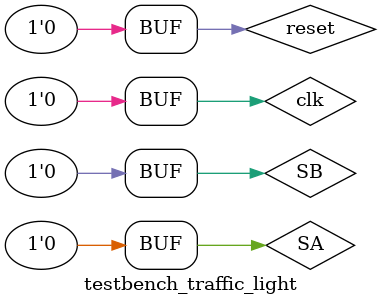
<source format=sv>
  `timescale 1ns / 1ps


module testbench_traffic_light();
    logic SA, SB;
    logic clk, reset;
    logic led_a2, led_a1, led_a0, led_b2, led_b1, led_b0;
    
    traffic_light tb_traffic( .SA(SA), .SB(SB), .clk(clk), .reset(reset), 
                              .led_a2(led_a2), .led_a1(led_a1), .led_a0(led_a0),
                              .led_b2(led_b2), .led_b1(led_b1), .led_b0(led_b0));
    initial begin
        SA <= 0; #30;
        SB <= 0; #60;
        reset <= 1; #30;
        SA <= 1; #70;
        SA <= 0; #70;
        SB <= 1; #70;
        SB <= 0; #70;
        reset <= 0; #30;
    end   
    always begin
        clk <= 1;  #10;
        clk <= 0;  #10;
    end
endmodule

</source>
